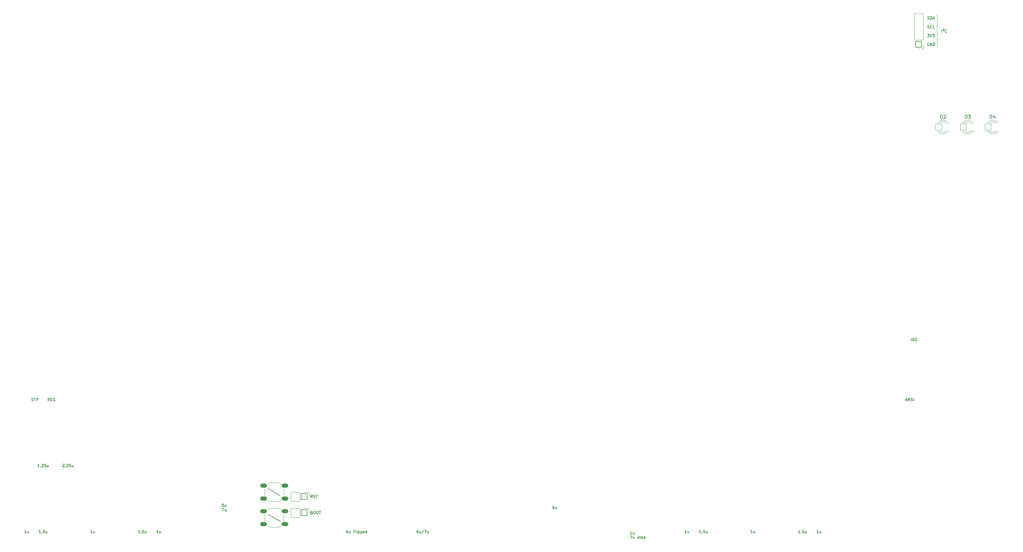
<source format=gbr>
%TF.GenerationSoftware,KiCad,Pcbnew,8.0.5*%
%TF.CreationDate,2024-09-24T18:12:56+02:00*%
%TF.ProjectId,E80-1800-pcb-universal,4538302d-3138-4303-902d-7063622d756e,rev?*%
%TF.SameCoordinates,Original*%
%TF.FileFunction,Legend,Top*%
%TF.FilePolarity,Positive*%
%FSLAX46Y46*%
G04 Gerber Fmt 4.6, Leading zero omitted, Abs format (unit mm)*
G04 Created by KiCad (PCBNEW 8.0.5) date 2024-09-24 18:12:56*
%MOMM*%
%LPD*%
G01*
G04 APERTURE LIST*
G04 Aperture macros list*
%AMRoundRect*
0 Rectangle with rounded corners*
0 $1 Rounding radius*
0 $2 $3 $4 $5 $6 $7 $8 $9 X,Y pos of 4 corners*
0 Add a 4 corners polygon primitive as box body*
4,1,4,$2,$3,$4,$5,$6,$7,$8,$9,$2,$3,0*
0 Add four circle primitives for the rounded corners*
1,1,$1+$1,$2,$3*
1,1,$1+$1,$4,$5*
1,1,$1+$1,$6,$7*
1,1,$1+$1,$8,$9*
0 Add four rect primitives between the rounded corners*
20,1,$1+$1,$2,$3,$4,$5,0*
20,1,$1+$1,$4,$5,$6,$7,0*
20,1,$1+$1,$6,$7,$8,$9,0*
20,1,$1+$1,$8,$9,$2,$3,0*%
G04 Aperture macros list end*
%ADD10C,0.150000*%
%ADD11C,0.120000*%
%ADD12C,1.850000*%
%ADD13C,4.087800*%
%ADD14C,6.100000*%
%ADD15RoundRect,0.050000X-0.900000X-0.900000X0.900000X-0.900000X0.900000X0.900000X-0.900000X0.900000X0*%
%ADD16C,1.900000*%
%ADD17C,4.100000*%
%ADD18RoundRect,0.300000X0.650000X0.300000X-0.650000X0.300000X-0.650000X-0.300000X0.650000X-0.300000X0*%
%ADD19RoundRect,0.050000X0.850000X0.850000X-0.850000X0.850000X-0.850000X-0.850000X0.850000X-0.850000X0*%
%ADD20O,1.800000X1.800000*%
%ADD21C,3.148000*%
%ADD22RoundRect,0.050000X-0.850000X0.850000X-0.850000X-0.850000X0.850000X-0.850000X0.850000X0.850000X0*%
%ADD23C,0.750000*%
%ADD24O,1.100000X1.700000*%
%ADD25O,1.100000X2.200000*%
G04 APERTURE END LIST*
D10*
X69600000Y-117000000D02*
X73200000Y-119000000D01*
D11*
X262675390Y27114500D02*
X262675390Y17716500D01*
D10*
X69600000Y-109600000D02*
X73200000Y-111600000D01*
X4057737Y-122401460D02*
X3600594Y-122401460D01*
X3829166Y-122401460D02*
X3829166Y-121601460D01*
X3829166Y-121601460D02*
X3752975Y-121715745D01*
X3752975Y-121715745D02*
X3676785Y-121791936D01*
X3676785Y-121791936D02*
X3600594Y-121830031D01*
X4400595Y-122325269D02*
X4438690Y-122363365D01*
X4438690Y-122363365D02*
X4400595Y-122401460D01*
X4400595Y-122401460D02*
X4362499Y-122363365D01*
X4362499Y-122363365D02*
X4400595Y-122325269D01*
X4400595Y-122325269D02*
X4400595Y-122401460D01*
X5162499Y-121601460D02*
X4781547Y-121601460D01*
X4781547Y-121601460D02*
X4743451Y-121982412D01*
X4743451Y-121982412D02*
X4781547Y-121944317D01*
X4781547Y-121944317D02*
X4857737Y-121906222D01*
X4857737Y-121906222D02*
X5048213Y-121906222D01*
X5048213Y-121906222D02*
X5124404Y-121944317D01*
X5124404Y-121944317D02*
X5162499Y-121982412D01*
X5162499Y-121982412D02*
X5200594Y-122058603D01*
X5200594Y-122058603D02*
X5200594Y-122249079D01*
X5200594Y-122249079D02*
X5162499Y-122325269D01*
X5162499Y-122325269D02*
X5124404Y-122363365D01*
X5124404Y-122363365D02*
X5048213Y-122401460D01*
X5048213Y-122401460D02*
X4857737Y-122401460D01*
X4857737Y-122401460D02*
X4781547Y-122363365D01*
X4781547Y-122363365D02*
X4743451Y-122325269D01*
X5886309Y-121868126D02*
X5886309Y-122401460D01*
X5543452Y-121868126D02*
X5543452Y-122287174D01*
X5543452Y-122287174D02*
X5581547Y-122363365D01*
X5581547Y-122363365D02*
X5657737Y-122401460D01*
X5657737Y-122401460D02*
X5772023Y-122401460D01*
X5772023Y-122401460D02*
X5848214Y-122363365D01*
X5848214Y-122363365D02*
X5886309Y-122325269D01*
X259925961Y25774300D02*
X260040247Y25736204D01*
X260040247Y25736204D02*
X260230723Y25736204D01*
X260230723Y25736204D02*
X260306914Y25774300D01*
X260306914Y25774300D02*
X260345009Y25812395D01*
X260345009Y25812395D02*
X260383104Y25888585D01*
X260383104Y25888585D02*
X260383104Y25964776D01*
X260383104Y25964776D02*
X260345009Y26040966D01*
X260345009Y26040966D02*
X260306914Y26079061D01*
X260306914Y26079061D02*
X260230723Y26117157D01*
X260230723Y26117157D02*
X260078342Y26155252D01*
X260078342Y26155252D02*
X260002152Y26193347D01*
X260002152Y26193347D02*
X259964057Y26231442D01*
X259964057Y26231442D02*
X259925961Y26307633D01*
X259925961Y26307633D02*
X259925961Y26383823D01*
X259925961Y26383823D02*
X259964057Y26460014D01*
X259964057Y26460014D02*
X260002152Y26498109D01*
X260002152Y26498109D02*
X260078342Y26536204D01*
X260078342Y26536204D02*
X260268819Y26536204D01*
X260268819Y26536204D02*
X260383104Y26498109D01*
X260725962Y25736204D02*
X260725962Y26536204D01*
X260725962Y26536204D02*
X260916438Y26536204D01*
X260916438Y26536204D02*
X261030724Y26498109D01*
X261030724Y26498109D02*
X261106914Y26421919D01*
X261106914Y26421919D02*
X261145009Y26345728D01*
X261145009Y26345728D02*
X261183105Y26193347D01*
X261183105Y26193347D02*
X261183105Y26079061D01*
X261183105Y26079061D02*
X261145009Y25926680D01*
X261145009Y25926680D02*
X261106914Y25850490D01*
X261106914Y25850490D02*
X261030724Y25774300D01*
X261030724Y25774300D02*
X260916438Y25736204D01*
X260916438Y25736204D02*
X260725962Y25736204D01*
X261487866Y25964776D02*
X261868819Y25964776D01*
X261411676Y25736204D02*
X261678343Y26536204D01*
X261678343Y26536204D02*
X261945009Y25736204D01*
X37966666Y-122401460D02*
X37509523Y-122401460D01*
X37738095Y-122401460D02*
X37738095Y-121601460D01*
X37738095Y-121601460D02*
X37661904Y-121715745D01*
X37661904Y-121715745D02*
X37585714Y-121791936D01*
X37585714Y-121791936D02*
X37509523Y-121830031D01*
X38652381Y-121868126D02*
X38652381Y-122401460D01*
X38309524Y-121868126D02*
X38309524Y-122287174D01*
X38309524Y-122287174D02*
X38347619Y-122363365D01*
X38347619Y-122363365D02*
X38423809Y-122401460D01*
X38423809Y-122401460D02*
X38538095Y-122401460D01*
X38538095Y-122401460D02*
X38614286Y-122363365D01*
X38614286Y-122363365D02*
X38652381Y-122325269D01*
X255184375Y-67037351D02*
X255184375Y-66237351D01*
X255527231Y-66999256D02*
X255641517Y-67037351D01*
X255641517Y-67037351D02*
X255831993Y-67037351D01*
X255831993Y-67037351D02*
X255908184Y-66999256D01*
X255908184Y-66999256D02*
X255946279Y-66961160D01*
X255946279Y-66961160D02*
X255984374Y-66884970D01*
X255984374Y-66884970D02*
X255984374Y-66808779D01*
X255984374Y-66808779D02*
X255946279Y-66732589D01*
X255946279Y-66732589D02*
X255908184Y-66694494D01*
X255908184Y-66694494D02*
X255831993Y-66656398D01*
X255831993Y-66656398D02*
X255679612Y-66618303D01*
X255679612Y-66618303D02*
X255603422Y-66580208D01*
X255603422Y-66580208D02*
X255565327Y-66542113D01*
X255565327Y-66542113D02*
X255527231Y-66465922D01*
X255527231Y-66465922D02*
X255527231Y-66389732D01*
X255527231Y-66389732D02*
X255565327Y-66313541D01*
X255565327Y-66313541D02*
X255603422Y-66275446D01*
X255603422Y-66275446D02*
X255679612Y-66237351D01*
X255679612Y-66237351D02*
X255870089Y-66237351D01*
X255870089Y-66237351D02*
X255984374Y-66275446D01*
X256479613Y-66237351D02*
X256631994Y-66237351D01*
X256631994Y-66237351D02*
X256708184Y-66275446D01*
X256708184Y-66275446D02*
X256784375Y-66351636D01*
X256784375Y-66351636D02*
X256822470Y-66504017D01*
X256822470Y-66504017D02*
X256822470Y-66770684D01*
X256822470Y-66770684D02*
X256784375Y-66923065D01*
X256784375Y-66923065D02*
X256708184Y-66999256D01*
X256708184Y-66999256D02*
X256631994Y-67037351D01*
X256631994Y-67037351D02*
X256479613Y-67037351D01*
X256479613Y-67037351D02*
X256403422Y-66999256D01*
X256403422Y-66999256D02*
X256327232Y-66923065D01*
X256327232Y-66923065D02*
X256289136Y-66770684D01*
X256289136Y-66770684D02*
X256289136Y-66504017D01*
X256289136Y-66504017D02*
X256327232Y-66351636D01*
X256327232Y-66351636D02*
X256403422Y-66275446D01*
X256403422Y-66275446D02*
X256479613Y-66237351D01*
X259906913Y21456204D02*
X260402151Y21456204D01*
X260402151Y21456204D02*
X260135485Y21151442D01*
X260135485Y21151442D02*
X260249770Y21151442D01*
X260249770Y21151442D02*
X260325961Y21113347D01*
X260325961Y21113347D02*
X260364056Y21075252D01*
X260364056Y21075252D02*
X260402151Y20999061D01*
X260402151Y20999061D02*
X260402151Y20808585D01*
X260402151Y20808585D02*
X260364056Y20732395D01*
X260364056Y20732395D02*
X260325961Y20694300D01*
X260325961Y20694300D02*
X260249770Y20656204D01*
X260249770Y20656204D02*
X260021199Y20656204D01*
X260021199Y20656204D02*
X259945008Y20694300D01*
X259945008Y20694300D02*
X259906913Y20732395D01*
X260630723Y21456204D02*
X260897390Y20656204D01*
X260897390Y20656204D02*
X261164056Y21456204D01*
X261354532Y21456204D02*
X261849770Y21456204D01*
X261849770Y21456204D02*
X261583104Y21151442D01*
X261583104Y21151442D02*
X261697389Y21151442D01*
X261697389Y21151442D02*
X261773580Y21113347D01*
X261773580Y21113347D02*
X261811675Y21075252D01*
X261811675Y21075252D02*
X261849770Y20999061D01*
X261849770Y20999061D02*
X261849770Y20808585D01*
X261849770Y20808585D02*
X261811675Y20732395D01*
X261811675Y20732395D02*
X261773580Y20694300D01*
X261773580Y20694300D02*
X261697389Y20656204D01*
X261697389Y20656204D02*
X261468818Y20656204D01*
X261468818Y20656204D02*
X261392627Y20694300D01*
X261392627Y20694300D02*
X261354532Y20732395D01*
X209416666Y-122401460D02*
X208959523Y-122401460D01*
X209188095Y-122401460D02*
X209188095Y-121601460D01*
X209188095Y-121601460D02*
X209111904Y-121715745D01*
X209111904Y-121715745D02*
X209035714Y-121791936D01*
X209035714Y-121791936D02*
X208959523Y-121830031D01*
X210102381Y-121868126D02*
X210102381Y-122401460D01*
X209759524Y-121868126D02*
X209759524Y-122287174D01*
X209759524Y-122287174D02*
X209797619Y-122363365D01*
X209797619Y-122363365D02*
X209873809Y-122401460D01*
X209873809Y-122401460D02*
X209988095Y-122401460D01*
X209988095Y-122401460D02*
X210064286Y-122363365D01*
X210064286Y-122363365D02*
X210102381Y-122325269D01*
X6629464Y-84301428D02*
X6362797Y-83920475D01*
X6172321Y-84301428D02*
X6172321Y-83501428D01*
X6172321Y-83501428D02*
X6477083Y-83501428D01*
X6477083Y-83501428D02*
X6553273Y-83539523D01*
X6553273Y-83539523D02*
X6591368Y-83577618D01*
X6591368Y-83577618D02*
X6629464Y-83653809D01*
X6629464Y-83653809D02*
X6629464Y-83768094D01*
X6629464Y-83768094D02*
X6591368Y-83844285D01*
X6591368Y-83844285D02*
X6553273Y-83882380D01*
X6553273Y-83882380D02*
X6477083Y-83920475D01*
X6477083Y-83920475D02*
X6172321Y-83920475D01*
X6972321Y-83882380D02*
X7238987Y-83882380D01*
X7353273Y-84301428D02*
X6972321Y-84301428D01*
X6972321Y-84301428D02*
X6972321Y-83501428D01*
X6972321Y-83501428D02*
X7353273Y-83501428D01*
X8115178Y-83539523D02*
X8038988Y-83501428D01*
X8038988Y-83501428D02*
X7924702Y-83501428D01*
X7924702Y-83501428D02*
X7810416Y-83539523D01*
X7810416Y-83539523D02*
X7734226Y-83615713D01*
X7734226Y-83615713D02*
X7696131Y-83691904D01*
X7696131Y-83691904D02*
X7658035Y-83844285D01*
X7658035Y-83844285D02*
X7658035Y-83958571D01*
X7658035Y-83958571D02*
X7696131Y-84110952D01*
X7696131Y-84110952D02*
X7734226Y-84187142D01*
X7734226Y-84187142D02*
X7810416Y-84263333D01*
X7810416Y-84263333D02*
X7924702Y-84301428D01*
X7924702Y-84301428D02*
X8000893Y-84301428D01*
X8000893Y-84301428D02*
X8115178Y-84263333D01*
X8115178Y-84263333D02*
X8153274Y-84225237D01*
X8153274Y-84225237D02*
X8153274Y-83958571D01*
X8153274Y-83958571D02*
X8000893Y-83958571D01*
X194557737Y-122401460D02*
X194100594Y-122401460D01*
X194329166Y-122401460D02*
X194329166Y-121601460D01*
X194329166Y-121601460D02*
X194252975Y-121715745D01*
X194252975Y-121715745D02*
X194176785Y-121791936D01*
X194176785Y-121791936D02*
X194100594Y-121830031D01*
X194900595Y-122325269D02*
X194938690Y-122363365D01*
X194938690Y-122363365D02*
X194900595Y-122401460D01*
X194900595Y-122401460D02*
X194862499Y-122363365D01*
X194862499Y-122363365D02*
X194900595Y-122325269D01*
X194900595Y-122325269D02*
X194900595Y-122401460D01*
X195662499Y-121601460D02*
X195281547Y-121601460D01*
X195281547Y-121601460D02*
X195243451Y-121982412D01*
X195243451Y-121982412D02*
X195281547Y-121944317D01*
X195281547Y-121944317D02*
X195357737Y-121906222D01*
X195357737Y-121906222D02*
X195548213Y-121906222D01*
X195548213Y-121906222D02*
X195624404Y-121944317D01*
X195624404Y-121944317D02*
X195662499Y-121982412D01*
X195662499Y-121982412D02*
X195700594Y-122058603D01*
X195700594Y-122058603D02*
X195700594Y-122249079D01*
X195700594Y-122249079D02*
X195662499Y-122325269D01*
X195662499Y-122325269D02*
X195624404Y-122363365D01*
X195624404Y-122363365D02*
X195548213Y-122401460D01*
X195548213Y-122401460D02*
X195357737Y-122401460D01*
X195357737Y-122401460D02*
X195281547Y-122363365D01*
X195281547Y-122363365D02*
X195243451Y-122325269D01*
X196386309Y-121868126D02*
X196386309Y-122401460D01*
X196043452Y-121868126D02*
X196043452Y-122287174D01*
X196043452Y-122287174D02*
X196081547Y-122363365D01*
X196081547Y-122363365D02*
X196157737Y-122401460D01*
X196157737Y-122401460D02*
X196272023Y-122401460D01*
X196272023Y-122401460D02*
X196348214Y-122363365D01*
X196348214Y-122363365D02*
X196386309Y-122325269D01*
X228466666Y-122401460D02*
X228009523Y-122401460D01*
X228238095Y-122401460D02*
X228238095Y-121601460D01*
X228238095Y-121601460D02*
X228161904Y-121715745D01*
X228161904Y-121715745D02*
X228085714Y-121791936D01*
X228085714Y-121791936D02*
X228009523Y-121830031D01*
X229152381Y-121868126D02*
X229152381Y-122401460D01*
X228809524Y-121868126D02*
X228809524Y-122287174D01*
X228809524Y-122287174D02*
X228847619Y-122363365D01*
X228847619Y-122363365D02*
X228923809Y-122401460D01*
X228923809Y-122401460D02*
X229038095Y-122401460D01*
X229038095Y-122401460D02*
X229114286Y-122363365D01*
X229114286Y-122363365D02*
X229152381Y-122325269D01*
X112928571Y-121601460D02*
X112776190Y-121601460D01*
X112776190Y-121601460D02*
X112699999Y-121639555D01*
X112699999Y-121639555D02*
X112661904Y-121677650D01*
X112661904Y-121677650D02*
X112585714Y-121791936D01*
X112585714Y-121791936D02*
X112547618Y-121944317D01*
X112547618Y-121944317D02*
X112547618Y-122249079D01*
X112547618Y-122249079D02*
X112585714Y-122325269D01*
X112585714Y-122325269D02*
X112623809Y-122363365D01*
X112623809Y-122363365D02*
X112699999Y-122401460D01*
X112699999Y-122401460D02*
X112852380Y-122401460D01*
X112852380Y-122401460D02*
X112928571Y-122363365D01*
X112928571Y-122363365D02*
X112966666Y-122325269D01*
X112966666Y-122325269D02*
X113004761Y-122249079D01*
X113004761Y-122249079D02*
X113004761Y-122058603D01*
X113004761Y-122058603D02*
X112966666Y-121982412D01*
X112966666Y-121982412D02*
X112928571Y-121944317D01*
X112928571Y-121944317D02*
X112852380Y-121906222D01*
X112852380Y-121906222D02*
X112699999Y-121906222D01*
X112699999Y-121906222D02*
X112623809Y-121944317D01*
X112623809Y-121944317D02*
X112585714Y-121982412D01*
X112585714Y-121982412D02*
X112547618Y-122058603D01*
X113690476Y-121868126D02*
X113690476Y-122401460D01*
X113347619Y-121868126D02*
X113347619Y-122287174D01*
X113347619Y-122287174D02*
X113385714Y-122363365D01*
X113385714Y-122363365D02*
X113461904Y-122401460D01*
X113461904Y-122401460D02*
X113576190Y-122401460D01*
X113576190Y-122401460D02*
X113652381Y-122363365D01*
X113652381Y-122363365D02*
X113690476Y-122325269D01*
X114642857Y-121563365D02*
X113957143Y-122591936D01*
X114833333Y-121601460D02*
X115366667Y-121601460D01*
X115366667Y-121601460D02*
X115023809Y-122401460D01*
X116014286Y-121868126D02*
X116014286Y-122401460D01*
X115671429Y-121868126D02*
X115671429Y-122287174D01*
X115671429Y-122287174D02*
X115709524Y-122363365D01*
X115709524Y-122363365D02*
X115785714Y-122401460D01*
X115785714Y-122401460D02*
X115900000Y-122401460D01*
X115900000Y-122401460D02*
X115976191Y-122363365D01*
X115976191Y-122363365D02*
X116014286Y-122325269D01*
X264002628Y21926204D02*
X264002628Y22726204D01*
X264345484Y22916680D02*
X264421675Y22954776D01*
X264421675Y22954776D02*
X264535961Y22954776D01*
X264535961Y22954776D02*
X264612151Y22916680D01*
X264612151Y22916680D02*
X264650246Y22840490D01*
X264650246Y22840490D02*
X264650246Y22764300D01*
X264650246Y22764300D02*
X264612151Y22688109D01*
X264612151Y22688109D02*
X264345484Y22421442D01*
X264345484Y22421442D02*
X264650246Y22421442D01*
X265450247Y22002395D02*
X265412151Y21964300D01*
X265412151Y21964300D02*
X265297866Y21926204D01*
X265297866Y21926204D02*
X265221675Y21926204D01*
X265221675Y21926204D02*
X265107389Y21964300D01*
X265107389Y21964300D02*
X265031199Y22040490D01*
X265031199Y22040490D02*
X264993104Y22116680D01*
X264993104Y22116680D02*
X264955008Y22269061D01*
X264955008Y22269061D02*
X264955008Y22383347D01*
X264955008Y22383347D02*
X264993104Y22535728D01*
X264993104Y22535728D02*
X265031199Y22611919D01*
X265031199Y22611919D02*
X265107389Y22688109D01*
X265107389Y22688109D02*
X265221675Y22726204D01*
X265221675Y22726204D02*
X265297866Y22726204D01*
X265297866Y22726204D02*
X265412151Y22688109D01*
X265412151Y22688109D02*
X265450247Y22650014D01*
X92678570Y-121601460D02*
X92526189Y-121601460D01*
X92526189Y-121601460D02*
X92449998Y-121639555D01*
X92449998Y-121639555D02*
X92411903Y-121677650D01*
X92411903Y-121677650D02*
X92335713Y-121791936D01*
X92335713Y-121791936D02*
X92297617Y-121944317D01*
X92297617Y-121944317D02*
X92297617Y-122249079D01*
X92297617Y-122249079D02*
X92335713Y-122325269D01*
X92335713Y-122325269D02*
X92373808Y-122363365D01*
X92373808Y-122363365D02*
X92449998Y-122401460D01*
X92449998Y-122401460D02*
X92602379Y-122401460D01*
X92602379Y-122401460D02*
X92678570Y-122363365D01*
X92678570Y-122363365D02*
X92716665Y-122325269D01*
X92716665Y-122325269D02*
X92754760Y-122249079D01*
X92754760Y-122249079D02*
X92754760Y-122058603D01*
X92754760Y-122058603D02*
X92716665Y-121982412D01*
X92716665Y-121982412D02*
X92678570Y-121944317D01*
X92678570Y-121944317D02*
X92602379Y-121906222D01*
X92602379Y-121906222D02*
X92449998Y-121906222D01*
X92449998Y-121906222D02*
X92373808Y-121944317D01*
X92373808Y-121944317D02*
X92335713Y-121982412D01*
X92335713Y-121982412D02*
X92297617Y-122058603D01*
X93440475Y-121868126D02*
X93440475Y-122401460D01*
X93097618Y-121868126D02*
X93097618Y-122287174D01*
X93097618Y-122287174D02*
X93135713Y-122363365D01*
X93135713Y-122363365D02*
X93211903Y-122401460D01*
X93211903Y-122401460D02*
X93326189Y-122401460D01*
X93326189Y-122401460D02*
X93402380Y-122363365D01*
X93402380Y-122363365D02*
X93440475Y-122325269D01*
X94316666Y-121868126D02*
X94621428Y-121868126D01*
X94430952Y-122401460D02*
X94430952Y-121715745D01*
X94430952Y-121715745D02*
X94469047Y-121639555D01*
X94469047Y-121639555D02*
X94545237Y-121601460D01*
X94545237Y-121601460D02*
X94621428Y-121601460D01*
X95002380Y-122401460D02*
X94926190Y-122363365D01*
X94926190Y-122363365D02*
X94888095Y-122287174D01*
X94888095Y-122287174D02*
X94888095Y-121601460D01*
X95307143Y-122401460D02*
X95307143Y-121868126D01*
X95307143Y-121601460D02*
X95269047Y-121639555D01*
X95269047Y-121639555D02*
X95307143Y-121677650D01*
X95307143Y-121677650D02*
X95345238Y-121639555D01*
X95345238Y-121639555D02*
X95307143Y-121601460D01*
X95307143Y-121601460D02*
X95307143Y-121677650D01*
X95688095Y-121868126D02*
X95688095Y-122668126D01*
X95688095Y-121906222D02*
X95764285Y-121868126D01*
X95764285Y-121868126D02*
X95916666Y-121868126D01*
X95916666Y-121868126D02*
X95992857Y-121906222D01*
X95992857Y-121906222D02*
X96030952Y-121944317D01*
X96030952Y-121944317D02*
X96069047Y-122020507D01*
X96069047Y-122020507D02*
X96069047Y-122249079D01*
X96069047Y-122249079D02*
X96030952Y-122325269D01*
X96030952Y-122325269D02*
X95992857Y-122363365D01*
X95992857Y-122363365D02*
X95916666Y-122401460D01*
X95916666Y-122401460D02*
X95764285Y-122401460D01*
X95764285Y-122401460D02*
X95688095Y-122363365D01*
X96411905Y-121868126D02*
X96411905Y-122668126D01*
X96411905Y-121906222D02*
X96488095Y-121868126D01*
X96488095Y-121868126D02*
X96640476Y-121868126D01*
X96640476Y-121868126D02*
X96716667Y-121906222D01*
X96716667Y-121906222D02*
X96754762Y-121944317D01*
X96754762Y-121944317D02*
X96792857Y-122020507D01*
X96792857Y-122020507D02*
X96792857Y-122249079D01*
X96792857Y-122249079D02*
X96754762Y-122325269D01*
X96754762Y-122325269D02*
X96716667Y-122363365D01*
X96716667Y-122363365D02*
X96640476Y-122401460D01*
X96640476Y-122401460D02*
X96488095Y-122401460D01*
X96488095Y-122401460D02*
X96411905Y-122363365D01*
X97440477Y-122363365D02*
X97364286Y-122401460D01*
X97364286Y-122401460D02*
X97211905Y-122401460D01*
X97211905Y-122401460D02*
X97135715Y-122363365D01*
X97135715Y-122363365D02*
X97097619Y-122287174D01*
X97097619Y-122287174D02*
X97097619Y-121982412D01*
X97097619Y-121982412D02*
X97135715Y-121906222D01*
X97135715Y-121906222D02*
X97211905Y-121868126D01*
X97211905Y-121868126D02*
X97364286Y-121868126D01*
X97364286Y-121868126D02*
X97440477Y-121906222D01*
X97440477Y-121906222D02*
X97478572Y-121982412D01*
X97478572Y-121982412D02*
X97478572Y-122058603D01*
X97478572Y-122058603D02*
X97097619Y-122134793D01*
X98164286Y-122401460D02*
X98164286Y-121601460D01*
X98164286Y-122363365D02*
X98088095Y-122401460D01*
X98088095Y-122401460D02*
X97935714Y-122401460D01*
X97935714Y-122401460D02*
X97859524Y-122363365D01*
X97859524Y-122363365D02*
X97821429Y-122325269D01*
X97821429Y-122325269D02*
X97783333Y-122249079D01*
X97783333Y-122249079D02*
X97783333Y-122020507D01*
X97783333Y-122020507D02*
X97821429Y-121944317D01*
X97821429Y-121944317D02*
X97859524Y-121906222D01*
X97859524Y-121906222D02*
X97935714Y-121868126D01*
X97935714Y-121868126D02*
X98088095Y-121868126D01*
X98088095Y-121868126D02*
X98164286Y-121906222D01*
X-133333Y-122401460D02*
X-590476Y-122401460D01*
X-361904Y-122401460D02*
X-361904Y-121601460D01*
X-361904Y-121601460D02*
X-438095Y-121715745D01*
X-438095Y-121715745D02*
X-514285Y-121791936D01*
X-514285Y-121791936D02*
X-590476Y-121830031D01*
X552381Y-121868126D02*
X552381Y-122401460D01*
X209524Y-121868126D02*
X209524Y-122287174D01*
X209524Y-122287174D02*
X247619Y-122363365D01*
X247619Y-122363365D02*
X323809Y-122401460D01*
X323809Y-122401460D02*
X438095Y-122401460D01*
X438095Y-122401460D02*
X514286Y-122363365D01*
X514286Y-122363365D02*
X552381Y-122325269D01*
X1447916Y-84263333D02*
X1562202Y-84301428D01*
X1562202Y-84301428D02*
X1752678Y-84301428D01*
X1752678Y-84301428D02*
X1828869Y-84263333D01*
X1828869Y-84263333D02*
X1866964Y-84225237D01*
X1866964Y-84225237D02*
X1905059Y-84149047D01*
X1905059Y-84149047D02*
X1905059Y-84072856D01*
X1905059Y-84072856D02*
X1866964Y-83996666D01*
X1866964Y-83996666D02*
X1828869Y-83958571D01*
X1828869Y-83958571D02*
X1752678Y-83920475D01*
X1752678Y-83920475D02*
X1600297Y-83882380D01*
X1600297Y-83882380D02*
X1524107Y-83844285D01*
X1524107Y-83844285D02*
X1486012Y-83806190D01*
X1486012Y-83806190D02*
X1447916Y-83729999D01*
X1447916Y-83729999D02*
X1447916Y-83653809D01*
X1447916Y-83653809D02*
X1486012Y-83577618D01*
X1486012Y-83577618D02*
X1524107Y-83539523D01*
X1524107Y-83539523D02*
X1600297Y-83501428D01*
X1600297Y-83501428D02*
X1790774Y-83501428D01*
X1790774Y-83501428D02*
X1905059Y-83539523D01*
X2133631Y-83501428D02*
X2590774Y-83501428D01*
X2362202Y-84301428D02*
X2362202Y-83501428D01*
X2857441Y-84301428D02*
X2857441Y-83501428D01*
X2857441Y-83501428D02*
X3162203Y-83501428D01*
X3162203Y-83501428D02*
X3238393Y-83539523D01*
X3238393Y-83539523D02*
X3276488Y-83577618D01*
X3276488Y-83577618D02*
X3314584Y-83653809D01*
X3314584Y-83653809D02*
X3314584Y-83768094D01*
X3314584Y-83768094D02*
X3276488Y-83844285D01*
X3276488Y-83844285D02*
X3238393Y-83882380D01*
X3238393Y-83882380D02*
X3162203Y-83920475D01*
X3162203Y-83920475D02*
X2857441Y-83920475D01*
X152190476Y-114617295D02*
X152038095Y-114617295D01*
X152038095Y-114617295D02*
X151961904Y-114655390D01*
X151961904Y-114655390D02*
X151923809Y-114693485D01*
X151923809Y-114693485D02*
X151847619Y-114807771D01*
X151847619Y-114807771D02*
X151809523Y-114960152D01*
X151809523Y-114960152D02*
X151809523Y-115264914D01*
X151809523Y-115264914D02*
X151847619Y-115341104D01*
X151847619Y-115341104D02*
X151885714Y-115379200D01*
X151885714Y-115379200D02*
X151961904Y-115417295D01*
X151961904Y-115417295D02*
X152114285Y-115417295D01*
X152114285Y-115417295D02*
X152190476Y-115379200D01*
X152190476Y-115379200D02*
X152228571Y-115341104D01*
X152228571Y-115341104D02*
X152266666Y-115264914D01*
X152266666Y-115264914D02*
X152266666Y-115074438D01*
X152266666Y-115074438D02*
X152228571Y-114998247D01*
X152228571Y-114998247D02*
X152190476Y-114960152D01*
X152190476Y-114960152D02*
X152114285Y-114922057D01*
X152114285Y-114922057D02*
X151961904Y-114922057D01*
X151961904Y-114922057D02*
X151885714Y-114960152D01*
X151885714Y-114960152D02*
X151847619Y-114998247D01*
X151847619Y-114998247D02*
X151809523Y-115074438D01*
X152952381Y-114883961D02*
X152952381Y-115417295D01*
X152609524Y-114883961D02*
X152609524Y-115303009D01*
X152609524Y-115303009D02*
X152647619Y-115379200D01*
X152647619Y-115379200D02*
X152723809Y-115417295D01*
X152723809Y-115417295D02*
X152838095Y-115417295D01*
X152838095Y-115417295D02*
X152914286Y-115379200D01*
X152914286Y-115379200D02*
X152952381Y-115341104D01*
X32632737Y-122401460D02*
X32175594Y-122401460D01*
X32404166Y-122401460D02*
X32404166Y-121601460D01*
X32404166Y-121601460D02*
X32327975Y-121715745D01*
X32327975Y-121715745D02*
X32251785Y-121791936D01*
X32251785Y-121791936D02*
X32175594Y-121830031D01*
X32975595Y-122325269D02*
X33013690Y-122363365D01*
X33013690Y-122363365D02*
X32975595Y-122401460D01*
X32975595Y-122401460D02*
X32937499Y-122363365D01*
X32937499Y-122363365D02*
X32975595Y-122325269D01*
X32975595Y-122325269D02*
X32975595Y-122401460D01*
X33737499Y-121601460D02*
X33356547Y-121601460D01*
X33356547Y-121601460D02*
X33318451Y-121982412D01*
X33318451Y-121982412D02*
X33356547Y-121944317D01*
X33356547Y-121944317D02*
X33432737Y-121906222D01*
X33432737Y-121906222D02*
X33623213Y-121906222D01*
X33623213Y-121906222D02*
X33699404Y-121944317D01*
X33699404Y-121944317D02*
X33737499Y-121982412D01*
X33737499Y-121982412D02*
X33775594Y-122058603D01*
X33775594Y-122058603D02*
X33775594Y-122249079D01*
X33775594Y-122249079D02*
X33737499Y-122325269D01*
X33737499Y-122325269D02*
X33699404Y-122363365D01*
X33699404Y-122363365D02*
X33623213Y-122401460D01*
X33623213Y-122401460D02*
X33432737Y-122401460D01*
X33432737Y-122401460D02*
X33356547Y-122363365D01*
X33356547Y-122363365D02*
X33318451Y-122325269D01*
X34461309Y-121868126D02*
X34461309Y-122401460D01*
X34118452Y-121868126D02*
X34118452Y-122287174D01*
X34118452Y-122287174D02*
X34156547Y-122363365D01*
X34156547Y-122363365D02*
X34232737Y-122401460D01*
X34232737Y-122401460D02*
X34347023Y-122401460D01*
X34347023Y-122401460D02*
X34423214Y-122363365D01*
X34423214Y-122363365D02*
X34461309Y-122325269D01*
X259945008Y23234300D02*
X260059294Y23196204D01*
X260059294Y23196204D02*
X260249770Y23196204D01*
X260249770Y23196204D02*
X260325961Y23234300D01*
X260325961Y23234300D02*
X260364056Y23272395D01*
X260364056Y23272395D02*
X260402151Y23348585D01*
X260402151Y23348585D02*
X260402151Y23424776D01*
X260402151Y23424776D02*
X260364056Y23500966D01*
X260364056Y23500966D02*
X260325961Y23539061D01*
X260325961Y23539061D02*
X260249770Y23577157D01*
X260249770Y23577157D02*
X260097389Y23615252D01*
X260097389Y23615252D02*
X260021199Y23653347D01*
X260021199Y23653347D02*
X259983104Y23691442D01*
X259983104Y23691442D02*
X259945008Y23767633D01*
X259945008Y23767633D02*
X259945008Y23843823D01*
X259945008Y23843823D02*
X259983104Y23920014D01*
X259983104Y23920014D02*
X260021199Y23958109D01*
X260021199Y23958109D02*
X260097389Y23996204D01*
X260097389Y23996204D02*
X260287866Y23996204D01*
X260287866Y23996204D02*
X260402151Y23958109D01*
X261202152Y23272395D02*
X261164056Y23234300D01*
X261164056Y23234300D02*
X261049771Y23196204D01*
X261049771Y23196204D02*
X260973580Y23196204D01*
X260973580Y23196204D02*
X260859294Y23234300D01*
X260859294Y23234300D02*
X260783104Y23310490D01*
X260783104Y23310490D02*
X260745009Y23386680D01*
X260745009Y23386680D02*
X260706913Y23539061D01*
X260706913Y23539061D02*
X260706913Y23653347D01*
X260706913Y23653347D02*
X260745009Y23805728D01*
X260745009Y23805728D02*
X260783104Y23881919D01*
X260783104Y23881919D02*
X260859294Y23958109D01*
X260859294Y23958109D02*
X260973580Y23996204D01*
X260973580Y23996204D02*
X261049771Y23996204D01*
X261049771Y23996204D02*
X261164056Y23958109D01*
X261164056Y23958109D02*
X261202152Y23920014D01*
X261925961Y23196204D02*
X261545009Y23196204D01*
X261545009Y23196204D02*
X261545009Y23996204D01*
X82255826Y-116493247D02*
X82370112Y-116531342D01*
X82370112Y-116531342D02*
X82408207Y-116569438D01*
X82408207Y-116569438D02*
X82446303Y-116645628D01*
X82446303Y-116645628D02*
X82446303Y-116759914D01*
X82446303Y-116759914D02*
X82408207Y-116836104D01*
X82408207Y-116836104D02*
X82370112Y-116874200D01*
X82370112Y-116874200D02*
X82293922Y-116912295D01*
X82293922Y-116912295D02*
X81989160Y-116912295D01*
X81989160Y-116912295D02*
X81989160Y-116112295D01*
X81989160Y-116112295D02*
X82255826Y-116112295D01*
X82255826Y-116112295D02*
X82332017Y-116150390D01*
X82332017Y-116150390D02*
X82370112Y-116188485D01*
X82370112Y-116188485D02*
X82408207Y-116264676D01*
X82408207Y-116264676D02*
X82408207Y-116340866D01*
X82408207Y-116340866D02*
X82370112Y-116417057D01*
X82370112Y-116417057D02*
X82332017Y-116455152D01*
X82332017Y-116455152D02*
X82255826Y-116493247D01*
X82255826Y-116493247D02*
X81989160Y-116493247D01*
X82941541Y-116112295D02*
X83093922Y-116112295D01*
X83093922Y-116112295D02*
X83170112Y-116150390D01*
X83170112Y-116150390D02*
X83246303Y-116226580D01*
X83246303Y-116226580D02*
X83284398Y-116378961D01*
X83284398Y-116378961D02*
X83284398Y-116645628D01*
X83284398Y-116645628D02*
X83246303Y-116798009D01*
X83246303Y-116798009D02*
X83170112Y-116874200D01*
X83170112Y-116874200D02*
X83093922Y-116912295D01*
X83093922Y-116912295D02*
X82941541Y-116912295D01*
X82941541Y-116912295D02*
X82865350Y-116874200D01*
X82865350Y-116874200D02*
X82789160Y-116798009D01*
X82789160Y-116798009D02*
X82751064Y-116645628D01*
X82751064Y-116645628D02*
X82751064Y-116378961D01*
X82751064Y-116378961D02*
X82789160Y-116226580D01*
X82789160Y-116226580D02*
X82865350Y-116150390D01*
X82865350Y-116150390D02*
X82941541Y-116112295D01*
X83779636Y-116112295D02*
X83932017Y-116112295D01*
X83932017Y-116112295D02*
X84008207Y-116150390D01*
X84008207Y-116150390D02*
X84084398Y-116226580D01*
X84084398Y-116226580D02*
X84122493Y-116378961D01*
X84122493Y-116378961D02*
X84122493Y-116645628D01*
X84122493Y-116645628D02*
X84084398Y-116798009D01*
X84084398Y-116798009D02*
X84008207Y-116874200D01*
X84008207Y-116874200D02*
X83932017Y-116912295D01*
X83932017Y-116912295D02*
X83779636Y-116912295D01*
X83779636Y-116912295D02*
X83703445Y-116874200D01*
X83703445Y-116874200D02*
X83627255Y-116798009D01*
X83627255Y-116798009D02*
X83589159Y-116645628D01*
X83589159Y-116645628D02*
X83589159Y-116378961D01*
X83589159Y-116378961D02*
X83627255Y-116226580D01*
X83627255Y-116226580D02*
X83703445Y-116150390D01*
X83703445Y-116150390D02*
X83779636Y-116112295D01*
X84351064Y-116112295D02*
X84808207Y-116112295D01*
X84579635Y-116912295D02*
X84579635Y-116112295D01*
X260287866Y18878109D02*
X260211676Y18916204D01*
X260211676Y18916204D02*
X260097390Y18916204D01*
X260097390Y18916204D02*
X259983104Y18878109D01*
X259983104Y18878109D02*
X259906914Y18801919D01*
X259906914Y18801919D02*
X259868819Y18725728D01*
X259868819Y18725728D02*
X259830723Y18573347D01*
X259830723Y18573347D02*
X259830723Y18459061D01*
X259830723Y18459061D02*
X259868819Y18306680D01*
X259868819Y18306680D02*
X259906914Y18230490D01*
X259906914Y18230490D02*
X259983104Y18154300D01*
X259983104Y18154300D02*
X260097390Y18116204D01*
X260097390Y18116204D02*
X260173581Y18116204D01*
X260173581Y18116204D02*
X260287866Y18154300D01*
X260287866Y18154300D02*
X260325962Y18192395D01*
X260325962Y18192395D02*
X260325962Y18459061D01*
X260325962Y18459061D02*
X260173581Y18459061D01*
X260668819Y18116204D02*
X260668819Y18916204D01*
X260668819Y18916204D02*
X261125962Y18116204D01*
X261125962Y18116204D02*
X261125962Y18916204D01*
X261506914Y18116204D02*
X261506914Y18916204D01*
X261506914Y18916204D02*
X261697390Y18916204D01*
X261697390Y18916204D02*
X261811676Y18878109D01*
X261811676Y18878109D02*
X261887866Y18801919D01*
X261887866Y18801919D02*
X261925961Y18725728D01*
X261925961Y18725728D02*
X261964057Y18573347D01*
X261964057Y18573347D02*
X261964057Y18459061D01*
X261964057Y18459061D02*
X261925961Y18306680D01*
X261925961Y18306680D02*
X261887866Y18230490D01*
X261887866Y18230490D02*
X261811676Y18154300D01*
X261811676Y18154300D02*
X261697390Y18116204D01*
X261697390Y18116204D02*
X261506914Y18116204D01*
X10363392Y-102627634D02*
X10401488Y-102589539D01*
X10401488Y-102589539D02*
X10477678Y-102551444D01*
X10477678Y-102551444D02*
X10668154Y-102551444D01*
X10668154Y-102551444D02*
X10744345Y-102589539D01*
X10744345Y-102589539D02*
X10782440Y-102627634D01*
X10782440Y-102627634D02*
X10820535Y-102703825D01*
X10820535Y-102703825D02*
X10820535Y-102780015D01*
X10820535Y-102780015D02*
X10782440Y-102894301D01*
X10782440Y-102894301D02*
X10325297Y-103351444D01*
X10325297Y-103351444D02*
X10820535Y-103351444D01*
X11163393Y-103275253D02*
X11201488Y-103313349D01*
X11201488Y-103313349D02*
X11163393Y-103351444D01*
X11163393Y-103351444D02*
X11125297Y-103313349D01*
X11125297Y-103313349D02*
X11163393Y-103275253D01*
X11163393Y-103275253D02*
X11163393Y-103351444D01*
X11506249Y-102627634D02*
X11544345Y-102589539D01*
X11544345Y-102589539D02*
X11620535Y-102551444D01*
X11620535Y-102551444D02*
X11811011Y-102551444D01*
X11811011Y-102551444D02*
X11887202Y-102589539D01*
X11887202Y-102589539D02*
X11925297Y-102627634D01*
X11925297Y-102627634D02*
X11963392Y-102703825D01*
X11963392Y-102703825D02*
X11963392Y-102780015D01*
X11963392Y-102780015D02*
X11925297Y-102894301D01*
X11925297Y-102894301D02*
X11468154Y-103351444D01*
X11468154Y-103351444D02*
X11963392Y-103351444D01*
X12687202Y-102551444D02*
X12306250Y-102551444D01*
X12306250Y-102551444D02*
X12268154Y-102932396D01*
X12268154Y-102932396D02*
X12306250Y-102894301D01*
X12306250Y-102894301D02*
X12382440Y-102856206D01*
X12382440Y-102856206D02*
X12572916Y-102856206D01*
X12572916Y-102856206D02*
X12649107Y-102894301D01*
X12649107Y-102894301D02*
X12687202Y-102932396D01*
X12687202Y-102932396D02*
X12725297Y-103008587D01*
X12725297Y-103008587D02*
X12725297Y-103199063D01*
X12725297Y-103199063D02*
X12687202Y-103275253D01*
X12687202Y-103275253D02*
X12649107Y-103313349D01*
X12649107Y-103313349D02*
X12572916Y-103351444D01*
X12572916Y-103351444D02*
X12382440Y-103351444D01*
X12382440Y-103351444D02*
X12306250Y-103313349D01*
X12306250Y-103313349D02*
X12268154Y-103275253D01*
X13411012Y-102818110D02*
X13411012Y-103351444D01*
X13068155Y-102818110D02*
X13068155Y-103237158D01*
X13068155Y-103237158D02*
X13106250Y-103313349D01*
X13106250Y-103313349D02*
X13182440Y-103351444D01*
X13182440Y-103351444D02*
X13296726Y-103351444D01*
X13296726Y-103351444D02*
X13372917Y-103313349D01*
X13372917Y-103313349D02*
X13411012Y-103275253D01*
X82446303Y-112262295D02*
X82179636Y-111881342D01*
X81989160Y-112262295D02*
X81989160Y-111462295D01*
X81989160Y-111462295D02*
X82293922Y-111462295D01*
X82293922Y-111462295D02*
X82370112Y-111500390D01*
X82370112Y-111500390D02*
X82408207Y-111538485D01*
X82408207Y-111538485D02*
X82446303Y-111614676D01*
X82446303Y-111614676D02*
X82446303Y-111728961D01*
X82446303Y-111728961D02*
X82408207Y-111805152D01*
X82408207Y-111805152D02*
X82370112Y-111843247D01*
X82370112Y-111843247D02*
X82293922Y-111881342D01*
X82293922Y-111881342D02*
X81989160Y-111881342D01*
X82751064Y-112224200D02*
X82865350Y-112262295D01*
X82865350Y-112262295D02*
X83055826Y-112262295D01*
X83055826Y-112262295D02*
X83132017Y-112224200D01*
X83132017Y-112224200D02*
X83170112Y-112186104D01*
X83170112Y-112186104D02*
X83208207Y-112109914D01*
X83208207Y-112109914D02*
X83208207Y-112033723D01*
X83208207Y-112033723D02*
X83170112Y-111957533D01*
X83170112Y-111957533D02*
X83132017Y-111919438D01*
X83132017Y-111919438D02*
X83055826Y-111881342D01*
X83055826Y-111881342D02*
X82903445Y-111843247D01*
X82903445Y-111843247D02*
X82827255Y-111805152D01*
X82827255Y-111805152D02*
X82789160Y-111767057D01*
X82789160Y-111767057D02*
X82751064Y-111690866D01*
X82751064Y-111690866D02*
X82751064Y-111614676D01*
X82751064Y-111614676D02*
X82789160Y-111538485D01*
X82789160Y-111538485D02*
X82827255Y-111500390D01*
X82827255Y-111500390D02*
X82903445Y-111462295D01*
X82903445Y-111462295D02*
X83093922Y-111462295D01*
X83093922Y-111462295D02*
X83208207Y-111500390D01*
X83436779Y-111462295D02*
X83893922Y-111462295D01*
X83665350Y-112262295D02*
X83665350Y-111462295D01*
X223132737Y-122401460D02*
X222675594Y-122401460D01*
X222904166Y-122401460D02*
X222904166Y-121601460D01*
X222904166Y-121601460D02*
X222827975Y-121715745D01*
X222827975Y-121715745D02*
X222751785Y-121791936D01*
X222751785Y-121791936D02*
X222675594Y-121830031D01*
X223475595Y-122325269D02*
X223513690Y-122363365D01*
X223513690Y-122363365D02*
X223475595Y-122401460D01*
X223475595Y-122401460D02*
X223437499Y-122363365D01*
X223437499Y-122363365D02*
X223475595Y-122325269D01*
X223475595Y-122325269D02*
X223475595Y-122401460D01*
X224237499Y-121601460D02*
X223856547Y-121601460D01*
X223856547Y-121601460D02*
X223818451Y-121982412D01*
X223818451Y-121982412D02*
X223856547Y-121944317D01*
X223856547Y-121944317D02*
X223932737Y-121906222D01*
X223932737Y-121906222D02*
X224123213Y-121906222D01*
X224123213Y-121906222D02*
X224199404Y-121944317D01*
X224199404Y-121944317D02*
X224237499Y-121982412D01*
X224237499Y-121982412D02*
X224275594Y-122058603D01*
X224275594Y-122058603D02*
X224275594Y-122249079D01*
X224275594Y-122249079D02*
X224237499Y-122325269D01*
X224237499Y-122325269D02*
X224199404Y-122363365D01*
X224199404Y-122363365D02*
X224123213Y-122401460D01*
X224123213Y-122401460D02*
X223932737Y-122401460D01*
X223932737Y-122401460D02*
X223856547Y-122363365D01*
X223856547Y-122363365D02*
X223818451Y-122325269D01*
X224961309Y-121868126D02*
X224961309Y-122401460D01*
X224618452Y-121868126D02*
X224618452Y-122287174D01*
X224618452Y-122287174D02*
X224656547Y-122363365D01*
X224656547Y-122363365D02*
X224732737Y-122401460D01*
X224732737Y-122401460D02*
X224847023Y-122401460D01*
X224847023Y-122401460D02*
X224923214Y-122363365D01*
X224923214Y-122363365D02*
X224961309Y-122325269D01*
X174608207Y-122718318D02*
X174151064Y-122718318D01*
X174379636Y-122718318D02*
X174379636Y-121918318D01*
X174379636Y-121918318D02*
X174303445Y-122032603D01*
X174303445Y-122032603D02*
X174227255Y-122108794D01*
X174227255Y-122108794D02*
X174151064Y-122146889D01*
X175293922Y-122184984D02*
X175293922Y-122718318D01*
X174951065Y-122184984D02*
X174951065Y-122604032D01*
X174951065Y-122604032D02*
X174989160Y-122680223D01*
X174989160Y-122680223D02*
X175065350Y-122718318D01*
X175065350Y-122718318D02*
X175179636Y-122718318D01*
X175179636Y-122718318D02*
X175255827Y-122680223D01*
X175255827Y-122680223D02*
X175293922Y-122642127D01*
X174112969Y-123206273D02*
X174646303Y-123206273D01*
X174646303Y-123206273D02*
X174303445Y-124006273D01*
X175293922Y-123472939D02*
X175293922Y-124006273D01*
X174951065Y-123472939D02*
X174951065Y-123891987D01*
X174951065Y-123891987D02*
X174989160Y-123968178D01*
X174989160Y-123968178D02*
X175065350Y-124006273D01*
X175065350Y-124006273D02*
X175179636Y-124006273D01*
X175179636Y-124006273D02*
X175255827Y-123968178D01*
X175255827Y-123968178D02*
X175293922Y-123930082D01*
X176246303Y-123968178D02*
X176322494Y-124006273D01*
X176322494Y-124006273D02*
X176474875Y-124006273D01*
X176474875Y-124006273D02*
X176551065Y-123968178D01*
X176551065Y-123968178D02*
X176589161Y-123891987D01*
X176589161Y-123891987D02*
X176589161Y-123853892D01*
X176589161Y-123853892D02*
X176551065Y-123777701D01*
X176551065Y-123777701D02*
X176474875Y-123739606D01*
X176474875Y-123739606D02*
X176360589Y-123739606D01*
X176360589Y-123739606D02*
X176284399Y-123701511D01*
X176284399Y-123701511D02*
X176246303Y-123625320D01*
X176246303Y-123625320D02*
X176246303Y-123587225D01*
X176246303Y-123587225D02*
X176284399Y-123511035D01*
X176284399Y-123511035D02*
X176360589Y-123472939D01*
X176360589Y-123472939D02*
X176474875Y-123472939D01*
X176474875Y-123472939D02*
X176551065Y-123511035D01*
X176817732Y-123472939D02*
X177122494Y-123472939D01*
X176932018Y-123206273D02*
X176932018Y-123891987D01*
X176932018Y-123891987D02*
X176970113Y-123968178D01*
X176970113Y-123968178D02*
X177046303Y-124006273D01*
X177046303Y-124006273D02*
X177122494Y-124006273D01*
X177732018Y-124006273D02*
X177732018Y-123587225D01*
X177732018Y-123587225D02*
X177693923Y-123511035D01*
X177693923Y-123511035D02*
X177617732Y-123472939D01*
X177617732Y-123472939D02*
X177465351Y-123472939D01*
X177465351Y-123472939D02*
X177389161Y-123511035D01*
X177732018Y-123968178D02*
X177655827Y-124006273D01*
X177655827Y-124006273D02*
X177465351Y-124006273D01*
X177465351Y-124006273D02*
X177389161Y-123968178D01*
X177389161Y-123968178D02*
X177351065Y-123891987D01*
X177351065Y-123891987D02*
X177351065Y-123815797D01*
X177351065Y-123815797D02*
X177389161Y-123739606D01*
X177389161Y-123739606D02*
X177465351Y-123701511D01*
X177465351Y-123701511D02*
X177655827Y-123701511D01*
X177655827Y-123701511D02*
X177732018Y-123663416D01*
X178112971Y-124006273D02*
X178112971Y-123206273D01*
X178112971Y-123511035D02*
X178189161Y-123472939D01*
X178189161Y-123472939D02*
X178341542Y-123472939D01*
X178341542Y-123472939D02*
X178417733Y-123511035D01*
X178417733Y-123511035D02*
X178455828Y-123549130D01*
X178455828Y-123549130D02*
X178493923Y-123625320D01*
X178493923Y-123625320D02*
X178493923Y-123853892D01*
X178493923Y-123853892D02*
X178455828Y-123930082D01*
X178455828Y-123930082D02*
X178417733Y-123968178D01*
X178417733Y-123968178D02*
X178341542Y-124006273D01*
X178341542Y-124006273D02*
X178189161Y-124006273D01*
X178189161Y-124006273D02*
X178112971Y-123968178D01*
X253612797Y-84072856D02*
X253993750Y-84072856D01*
X253536607Y-84301428D02*
X253803274Y-83501428D01*
X253803274Y-83501428D02*
X254069940Y-84301428D01*
X254336607Y-84301428D02*
X254336607Y-83501428D01*
X254336607Y-83501428D02*
X254793750Y-84301428D01*
X254793750Y-84301428D02*
X254793750Y-83501428D01*
X255136606Y-84263333D02*
X255250892Y-84301428D01*
X255250892Y-84301428D02*
X255441368Y-84301428D01*
X255441368Y-84301428D02*
X255517559Y-84263333D01*
X255517559Y-84263333D02*
X255555654Y-84225237D01*
X255555654Y-84225237D02*
X255593749Y-84149047D01*
X255593749Y-84149047D02*
X255593749Y-84072856D01*
X255593749Y-84072856D02*
X255555654Y-83996666D01*
X255555654Y-83996666D02*
X255517559Y-83958571D01*
X255517559Y-83958571D02*
X255441368Y-83920475D01*
X255441368Y-83920475D02*
X255288987Y-83882380D01*
X255288987Y-83882380D02*
X255212797Y-83844285D01*
X255212797Y-83844285D02*
X255174702Y-83806190D01*
X255174702Y-83806190D02*
X255136606Y-83729999D01*
X255136606Y-83729999D02*
X255136606Y-83653809D01*
X255136606Y-83653809D02*
X255174702Y-83577618D01*
X255174702Y-83577618D02*
X255212797Y-83539523D01*
X255212797Y-83539523D02*
X255288987Y-83501428D01*
X255288987Y-83501428D02*
X255479464Y-83501428D01*
X255479464Y-83501428D02*
X255593749Y-83539523D01*
X255936607Y-84301428D02*
X255936607Y-83501428D01*
X56790476Y-113973318D02*
X56638095Y-113973318D01*
X56638095Y-113973318D02*
X56561904Y-114011413D01*
X56561904Y-114011413D02*
X56523809Y-114049508D01*
X56523809Y-114049508D02*
X56447619Y-114163794D01*
X56447619Y-114163794D02*
X56409523Y-114316175D01*
X56409523Y-114316175D02*
X56409523Y-114620937D01*
X56409523Y-114620937D02*
X56447619Y-114697127D01*
X56447619Y-114697127D02*
X56485714Y-114735223D01*
X56485714Y-114735223D02*
X56561904Y-114773318D01*
X56561904Y-114773318D02*
X56714285Y-114773318D01*
X56714285Y-114773318D02*
X56790476Y-114735223D01*
X56790476Y-114735223D02*
X56828571Y-114697127D01*
X56828571Y-114697127D02*
X56866666Y-114620937D01*
X56866666Y-114620937D02*
X56866666Y-114430461D01*
X56866666Y-114430461D02*
X56828571Y-114354270D01*
X56828571Y-114354270D02*
X56790476Y-114316175D01*
X56790476Y-114316175D02*
X56714285Y-114278080D01*
X56714285Y-114278080D02*
X56561904Y-114278080D01*
X56561904Y-114278080D02*
X56485714Y-114316175D01*
X56485714Y-114316175D02*
X56447619Y-114354270D01*
X56447619Y-114354270D02*
X56409523Y-114430461D01*
X57552381Y-114239984D02*
X57552381Y-114773318D01*
X57209524Y-114239984D02*
X57209524Y-114659032D01*
X57209524Y-114659032D02*
X57247619Y-114735223D01*
X57247619Y-114735223D02*
X57323809Y-114773318D01*
X57323809Y-114773318D02*
X57438095Y-114773318D01*
X57438095Y-114773318D02*
X57514286Y-114735223D01*
X57514286Y-114735223D02*
X57552381Y-114697127D01*
X56371428Y-115261273D02*
X56904762Y-115261273D01*
X56904762Y-115261273D02*
X56561904Y-116061273D01*
X57552381Y-115527939D02*
X57552381Y-116061273D01*
X57209524Y-115527939D02*
X57209524Y-115946987D01*
X57209524Y-115946987D02*
X57247619Y-116023178D01*
X57247619Y-116023178D02*
X57323809Y-116061273D01*
X57323809Y-116061273D02*
X57438095Y-116061273D01*
X57438095Y-116061273D02*
X57514286Y-116023178D01*
X57514286Y-116023178D02*
X57552381Y-115985082D01*
X190366666Y-122401460D02*
X189909523Y-122401460D01*
X190138095Y-122401460D02*
X190138095Y-121601460D01*
X190138095Y-121601460D02*
X190061904Y-121715745D01*
X190061904Y-121715745D02*
X189985714Y-121791936D01*
X189985714Y-121791936D02*
X189909523Y-121830031D01*
X191052381Y-121868126D02*
X191052381Y-122401460D01*
X190709524Y-121868126D02*
X190709524Y-122287174D01*
X190709524Y-122287174D02*
X190747619Y-122363365D01*
X190747619Y-122363365D02*
X190823809Y-122401460D01*
X190823809Y-122401460D02*
X190938095Y-122401460D01*
X190938095Y-122401460D02*
X191014286Y-122363365D01*
X191014286Y-122363365D02*
X191052381Y-122325269D01*
X3676785Y-103351444D02*
X3219642Y-103351444D01*
X3448214Y-103351444D02*
X3448214Y-102551444D01*
X3448214Y-102551444D02*
X3372023Y-102665729D01*
X3372023Y-102665729D02*
X3295833Y-102741920D01*
X3295833Y-102741920D02*
X3219642Y-102780015D01*
X4019643Y-103275253D02*
X4057738Y-103313349D01*
X4057738Y-103313349D02*
X4019643Y-103351444D01*
X4019643Y-103351444D02*
X3981547Y-103313349D01*
X3981547Y-103313349D02*
X4019643Y-103275253D01*
X4019643Y-103275253D02*
X4019643Y-103351444D01*
X4362499Y-102627634D02*
X4400595Y-102589539D01*
X4400595Y-102589539D02*
X4476785Y-102551444D01*
X4476785Y-102551444D02*
X4667261Y-102551444D01*
X4667261Y-102551444D02*
X4743452Y-102589539D01*
X4743452Y-102589539D02*
X4781547Y-102627634D01*
X4781547Y-102627634D02*
X4819642Y-102703825D01*
X4819642Y-102703825D02*
X4819642Y-102780015D01*
X4819642Y-102780015D02*
X4781547Y-102894301D01*
X4781547Y-102894301D02*
X4324404Y-103351444D01*
X4324404Y-103351444D02*
X4819642Y-103351444D01*
X5543452Y-102551444D02*
X5162500Y-102551444D01*
X5162500Y-102551444D02*
X5124404Y-102932396D01*
X5124404Y-102932396D02*
X5162500Y-102894301D01*
X5162500Y-102894301D02*
X5238690Y-102856206D01*
X5238690Y-102856206D02*
X5429166Y-102856206D01*
X5429166Y-102856206D02*
X5505357Y-102894301D01*
X5505357Y-102894301D02*
X5543452Y-102932396D01*
X5543452Y-102932396D02*
X5581547Y-103008587D01*
X5581547Y-103008587D02*
X5581547Y-103199063D01*
X5581547Y-103199063D02*
X5543452Y-103275253D01*
X5543452Y-103275253D02*
X5505357Y-103313349D01*
X5505357Y-103313349D02*
X5429166Y-103351444D01*
X5429166Y-103351444D02*
X5238690Y-103351444D01*
X5238690Y-103351444D02*
X5162500Y-103313349D01*
X5162500Y-103313349D02*
X5124404Y-103275253D01*
X6267262Y-102818110D02*
X6267262Y-103351444D01*
X5924405Y-102818110D02*
X5924405Y-103237158D01*
X5924405Y-103237158D02*
X5962500Y-103313349D01*
X5962500Y-103313349D02*
X6038690Y-103351444D01*
X6038690Y-103351444D02*
X6152976Y-103351444D01*
X6152976Y-103351444D02*
X6229167Y-103313349D01*
X6229167Y-103313349D02*
X6267262Y-103275253D01*
X18916666Y-122401460D02*
X18459523Y-122401460D01*
X18688095Y-122401460D02*
X18688095Y-121601460D01*
X18688095Y-121601460D02*
X18611904Y-121715745D01*
X18611904Y-121715745D02*
X18535714Y-121791936D01*
X18535714Y-121791936D02*
X18459523Y-121830031D01*
X19602381Y-121868126D02*
X19602381Y-122401460D01*
X19259524Y-121868126D02*
X19259524Y-122287174D01*
X19259524Y-122287174D02*
X19297619Y-122363365D01*
X19297619Y-122363365D02*
X19373809Y-122401460D01*
X19373809Y-122401460D02*
X19488095Y-122401460D01*
X19488095Y-122401460D02*
X19564286Y-122363365D01*
X19564286Y-122363365D02*
X19602381Y-122325269D01*
X263659897Y-2852611D02*
X263659897Y-1852611D01*
X263659897Y-1852611D02*
X263897992Y-1852611D01*
X263897992Y-1852611D02*
X264040849Y-1900230D01*
X264040849Y-1900230D02*
X264136087Y-1995468D01*
X264136087Y-1995468D02*
X264183706Y-2090706D01*
X264183706Y-2090706D02*
X264231325Y-2281182D01*
X264231325Y-2281182D02*
X264231325Y-2424039D01*
X264231325Y-2424039D02*
X264183706Y-2614515D01*
X264183706Y-2614515D02*
X264136087Y-2709753D01*
X264136087Y-2709753D02*
X264040849Y-2804992D01*
X264040849Y-2804992D02*
X263897992Y-2852611D01*
X263897992Y-2852611D02*
X263659897Y-2852611D01*
X264612278Y-1947849D02*
X264659897Y-1900230D01*
X264659897Y-1900230D02*
X264755135Y-1852611D01*
X264755135Y-1852611D02*
X264993230Y-1852611D01*
X264993230Y-1852611D02*
X265088468Y-1900230D01*
X265088468Y-1900230D02*
X265136087Y-1947849D01*
X265136087Y-1947849D02*
X265183706Y-2043087D01*
X265183706Y-2043087D02*
X265183706Y-2138325D01*
X265183706Y-2138325D02*
X265136087Y-2281182D01*
X265136087Y-2281182D02*
X264564659Y-2852611D01*
X264564659Y-2852611D02*
X265183706Y-2852611D01*
X270803897Y-2852611D02*
X270803897Y-1852611D01*
X270803897Y-1852611D02*
X271041992Y-1852611D01*
X271041992Y-1852611D02*
X271184849Y-1900230D01*
X271184849Y-1900230D02*
X271280087Y-1995468D01*
X271280087Y-1995468D02*
X271327706Y-2090706D01*
X271327706Y-2090706D02*
X271375325Y-2281182D01*
X271375325Y-2281182D02*
X271375325Y-2424039D01*
X271375325Y-2424039D02*
X271327706Y-2614515D01*
X271327706Y-2614515D02*
X271280087Y-2709753D01*
X271280087Y-2709753D02*
X271184849Y-2804992D01*
X271184849Y-2804992D02*
X271041992Y-2852611D01*
X271041992Y-2852611D02*
X270803897Y-2852611D01*
X271708659Y-1852611D02*
X272327706Y-1852611D01*
X272327706Y-1852611D02*
X271994373Y-2233563D01*
X271994373Y-2233563D02*
X272137230Y-2233563D01*
X272137230Y-2233563D02*
X272232468Y-2281182D01*
X272232468Y-2281182D02*
X272280087Y-2328801D01*
X272280087Y-2328801D02*
X272327706Y-2424039D01*
X272327706Y-2424039D02*
X272327706Y-2662134D01*
X272327706Y-2662134D02*
X272280087Y-2757372D01*
X272280087Y-2757372D02*
X272232468Y-2804992D01*
X272232468Y-2804992D02*
X272137230Y-2852611D01*
X272137230Y-2852611D02*
X271851516Y-2852611D01*
X271851516Y-2852611D02*
X271756278Y-2804992D01*
X271756278Y-2804992D02*
X271708659Y-2757372D01*
X277947897Y-2852611D02*
X277947897Y-1852611D01*
X277947897Y-1852611D02*
X278185992Y-1852611D01*
X278185992Y-1852611D02*
X278328849Y-1900230D01*
X278328849Y-1900230D02*
X278424087Y-1995468D01*
X278424087Y-1995468D02*
X278471706Y-2090706D01*
X278471706Y-2090706D02*
X278519325Y-2281182D01*
X278519325Y-2281182D02*
X278519325Y-2424039D01*
X278519325Y-2424039D02*
X278471706Y-2614515D01*
X278471706Y-2614515D02*
X278424087Y-2709753D01*
X278424087Y-2709753D02*
X278328849Y-2804992D01*
X278328849Y-2804992D02*
X278185992Y-2852611D01*
X278185992Y-2852611D02*
X277947897Y-2852611D01*
X279376468Y-2185944D02*
X279376468Y-2852611D01*
X279138373Y-1804992D02*
X278900278Y-2519277D01*
X278900278Y-2519277D02*
X279519325Y-2519277D01*
D11*
%TO.C,D2*%
X262837992Y-4121792D02*
X262837992Y-4277792D01*
X262837992Y-6437792D02*
X262837992Y-6593792D01*
X262837992Y-4122276D02*
G75*
G02*
X266070327Y-4279184I1560000J-1235516D01*
G01*
X263357031Y-4277792D02*
G75*
G02*
X265439122Y-4277955I1040961J-1080000D01*
G01*
X265439122Y-6437629D02*
G75*
G02*
X263357031Y-6437792I-1041130J1079837D01*
G01*
X266070327Y-6436400D02*
G75*
G02*
X262837992Y-6593308I-1672335J1078608D01*
G01*
%TO.C,D3*%
X269981992Y-4121792D02*
X269981992Y-4277792D01*
X269981992Y-6437792D02*
X269981992Y-6593792D01*
X269981992Y-4122276D02*
G75*
G02*
X273214327Y-4279184I1560000J-1235516D01*
G01*
X270501031Y-4277792D02*
G75*
G02*
X272583122Y-4277955I1040961J-1080000D01*
G01*
X272583122Y-6437629D02*
G75*
G02*
X270501031Y-6437792I-1041130J1079837D01*
G01*
X273214327Y-6436400D02*
G75*
G02*
X269981992Y-6593308I-1672335J1078608D01*
G01*
%TO.C,D4*%
X277125992Y-4121792D02*
X277125992Y-4277792D01*
X277125992Y-6437792D02*
X277125992Y-6593792D01*
X277125992Y-4122276D02*
G75*
G02*
X280358327Y-4279184I1560000J-1235516D01*
G01*
X277645031Y-4277792D02*
G75*
G02*
X279727122Y-4277955I1040961J-1080000D01*
G01*
X279727122Y-6437629D02*
G75*
G02*
X277645031Y-6437792I-1041130J1079837D01*
G01*
X280358327Y-6436400D02*
G75*
G02*
X277125992Y-6593308I-1672335J1078608D01*
G01*
%TO.C,SW1*%
X68710242Y-109569996D02*
X68710242Y-111649996D01*
X69980242Y-107889996D02*
X69490242Y-108379996D01*
X69980242Y-113329996D02*
X69490242Y-112839996D01*
X72880242Y-107889996D02*
X69980242Y-107889996D01*
X72880242Y-107889996D02*
X73370242Y-108379996D01*
X72880242Y-113329996D02*
X69980242Y-113329996D01*
X72880242Y-113329996D02*
X73370242Y-112839996D01*
X74150242Y-109569996D02*
X74150242Y-111649996D01*
%TO.C,SW2*%
X68710242Y-116952422D02*
X68710242Y-119032422D01*
X69980242Y-115272422D02*
X69490242Y-115762422D01*
X69980242Y-120712422D02*
X69490242Y-120222422D01*
X72880242Y-115272422D02*
X69980242Y-115272422D01*
X72880242Y-115272422D02*
X73370242Y-115762422D01*
X72880242Y-120712422D02*
X69980242Y-120712422D01*
X72880242Y-120712422D02*
X73370242Y-120222422D01*
X74150242Y-116952422D02*
X74150242Y-119032422D01*
%TO.C,J3*%
X256011390Y19748500D02*
X256011390Y27428500D01*
X258671390Y27428500D02*
X256011390Y27428500D01*
X258671390Y19748500D02*
X256011390Y19748500D01*
X258671390Y19748500D02*
X258671390Y27428500D01*
X258671390Y18478500D02*
X258671390Y17148500D01*
X258671390Y17148500D02*
X257341390Y17148500D01*
%TO.C,JP2*%
X76230000Y-110570000D02*
X76230000Y-113230000D01*
X78830000Y-110570000D02*
X76230000Y-110570000D01*
X78830000Y-110570000D02*
X78830000Y-113230000D01*
X78830000Y-113230000D02*
X76230000Y-113230000D01*
X80100000Y-110570000D02*
X81430000Y-110570000D01*
X81430000Y-110570000D02*
X81430000Y-111900000D01*
%TO.C,JP3*%
X76230000Y-115220000D02*
X76230000Y-117880000D01*
X78830000Y-115220000D02*
X76230000Y-115220000D01*
X78830000Y-115220000D02*
X78830000Y-117880000D01*
X78830000Y-117880000D02*
X76230000Y-117880000D01*
X80100000Y-115220000D02*
X81430000Y-115220000D01*
X81430000Y-115220000D02*
X81430000Y-116550000D01*
%TD*%
%LPC*%
D12*
%TO.C,MX4*%
X57427833Y0D03*
D13*
X62507833Y0D03*
D12*
X67587833Y0D03*
%TD*%
%TO.C,MX5*%
X76477833Y0D03*
D13*
X81557833Y0D03*
D12*
X86637833Y0D03*
%TD*%
%TO.C,MX7*%
X119935714Y0D03*
D13*
X125015714Y0D03*
D12*
X130095714Y0D03*
%TD*%
%TO.C,MX8*%
X138985714Y0D03*
D13*
X144065714Y0D03*
D12*
X149145714Y0D03*
%TD*%
%TO.C,MX9*%
X158035714Y0D03*
D13*
X163115714Y0D03*
D12*
X168195714Y0D03*
%TD*%
%TO.C,MX10*%
X182443595Y0D03*
D13*
X187523595Y0D03*
D12*
X192603595Y0D03*
%TD*%
%TO.C,MX12*%
X220543595Y0D03*
D13*
X225623595Y0D03*
D12*
X230703595Y0D03*
%TD*%
%TO.C,MX23*%
X13970000Y-38100000D03*
D13*
X19050000Y-38100000D03*
D12*
X24130000Y-38100000D03*
%TD*%
%TO.C,MX24*%
X33020000Y-38100000D03*
D13*
X38100000Y-38100000D03*
D12*
X43180000Y-38100000D03*
%TD*%
%TO.C,MX25*%
X52070000Y-38100000D03*
D13*
X57150000Y-38100000D03*
D12*
X62230000Y-38100000D03*
%TD*%
%TO.C,MX26*%
X71120000Y-38100000D03*
D13*
X76200000Y-38100000D03*
D12*
X81280000Y-38100000D03*
%TD*%
%TO.C,MX27*%
X90170000Y-38100000D03*
D13*
X95250000Y-38100000D03*
D12*
X100330000Y-38100000D03*
%TD*%
%TO.C,MX28*%
X109220000Y-38100000D03*
D13*
X114300000Y-38100000D03*
D12*
X119380000Y-38100000D03*
%TD*%
%TO.C,MX29*%
X128270000Y-38100000D03*
D13*
X133350000Y-38100000D03*
D12*
X138430000Y-38100000D03*
%TD*%
%TO.C,MX30*%
X147320000Y-38100000D03*
D13*
X152400000Y-38100000D03*
D12*
X157480000Y-38100000D03*
%TD*%
%TO.C,MX31*%
X166370000Y-38100000D03*
D13*
X171450000Y-38100000D03*
D12*
X176530000Y-38100000D03*
%TD*%
%TO.C,MX33*%
X204470000Y-38100000D03*
D13*
X209550000Y-38100000D03*
D12*
X214630000Y-38100000D03*
%TD*%
%TO.C,MX34*%
X223520000Y-38100000D03*
D13*
X228600000Y-38100000D03*
D12*
X233680000Y-38100000D03*
%TD*%
%TO.C,MX35*%
X252095000Y-38100000D03*
D13*
X257175000Y-38100000D03*
D12*
X262255000Y-38100000D03*
%TD*%
%TO.C,MX40*%
X-317500Y-57150000D03*
D13*
X4762500Y-57150000D03*
D12*
X9842500Y-57150000D03*
%TD*%
%TO.C,MX41*%
X23495000Y-57150000D03*
D13*
X28575000Y-57150000D03*
D12*
X33655000Y-57150000D03*
%TD*%
%TO.C,MX42*%
X42545000Y-57150000D03*
D13*
X47625000Y-57150000D03*
D12*
X52705000Y-57150000D03*
%TD*%
%TO.C,MX43*%
X61595000Y-57150000D03*
D13*
X66675000Y-57150000D03*
D12*
X71755000Y-57150000D03*
%TD*%
%TO.C,MX44*%
X80645000Y-57150000D03*
D13*
X85725000Y-57150000D03*
D12*
X90805000Y-57150000D03*
%TD*%
%TO.C,MX45*%
X99695000Y-57150000D03*
D13*
X104775000Y-57150000D03*
D12*
X109855000Y-57150000D03*
%TD*%
%TO.C,MX46*%
X118745000Y-57150000D03*
D13*
X123825000Y-57150000D03*
D12*
X128905000Y-57150000D03*
%TD*%
%TO.C,MX47*%
X137795000Y-57150000D03*
D13*
X142875000Y-57150000D03*
D12*
X147955000Y-57150000D03*
%TD*%
%TO.C,MX48*%
X156845000Y-57150000D03*
D13*
X161925000Y-57150000D03*
D12*
X167005000Y-57150000D03*
%TD*%
%TO.C,MX49*%
X175895000Y-57150000D03*
D13*
X180975000Y-57150000D03*
D12*
X186055000Y-57150000D03*
%TD*%
%TO.C,MX50*%
X194945000Y-57150000D03*
D13*
X200025000Y-57150000D03*
D12*
X205105000Y-57150000D03*
%TD*%
%TO.C,MX51*%
X213995000Y-57150000D03*
D13*
X219075000Y-57150000D03*
D12*
X224155000Y-57150000D03*
%TD*%
%TO.C,MX52*%
X233045000Y-57150000D03*
D13*
X238125000Y-57150000D03*
D12*
X243205000Y-57150000D03*
%TD*%
%TO.C,MX53*%
X256857500Y-57150000D03*
D13*
X261937500Y-57150000D03*
D12*
X267017500Y-57150000D03*
%TD*%
%TO.C,MX58*%
X2063750Y-76200000D03*
D13*
X7143750Y-76200000D03*
D12*
X12223750Y-76200000D03*
%TD*%
%TO.C,MX60*%
X28257500Y-76200000D03*
D13*
X33337500Y-76200000D03*
D12*
X38417500Y-76200000D03*
%TD*%
%TO.C,MX61*%
X47307500Y-76200000D03*
D13*
X52387500Y-76200000D03*
D12*
X57467500Y-76200000D03*
%TD*%
%TO.C,MX62*%
X66357500Y-76200000D03*
D13*
X71437500Y-76200000D03*
D12*
X76517500Y-76200000D03*
%TD*%
%TO.C,MX63*%
X85407500Y-76200000D03*
D13*
X90487500Y-76200000D03*
D12*
X95567500Y-76200000D03*
%TD*%
%TO.C,MX64*%
X104457500Y-76200000D03*
D13*
X109537500Y-76200000D03*
D12*
X114617500Y-76200000D03*
%TD*%
%TO.C,MX65*%
X123507500Y-76200000D03*
D13*
X128587500Y-76200000D03*
D12*
X133667500Y-76200000D03*
%TD*%
%TO.C,MX66*%
X142557500Y-76200000D03*
D13*
X147637500Y-76200000D03*
D12*
X152717500Y-76200000D03*
%TD*%
%TO.C,MX67*%
X161607500Y-76200000D03*
D13*
X166687500Y-76200000D03*
D12*
X171767500Y-76200000D03*
%TD*%
%TO.C,MX68*%
X180657500Y-76200000D03*
D13*
X185737500Y-76200000D03*
D12*
X190817500Y-76200000D03*
%TD*%
%TO.C,MX69*%
X199707500Y-76200000D03*
D13*
X204787500Y-76200000D03*
D12*
X209867500Y-76200000D03*
%TD*%
%TO.C,MX70*%
X218757500Y-76200000D03*
D13*
X223837500Y-76200000D03*
D12*
X228917500Y-76200000D03*
%TD*%
%TO.C,MX71*%
X237807500Y-76200000D03*
D13*
X242887500Y-76200000D03*
D12*
X247967500Y-76200000D03*
%TD*%
%TO.C,MX72*%
X264318750Y-61595000D03*
D13*
X264318750Y-66675000D03*
D12*
X264318750Y-71755000D03*
%TD*%
%TO.C,MX73*%
X249713750Y-76200000D03*
D13*
X254793750Y-76200000D03*
D12*
X259873750Y-76200000D03*
%TD*%
%TO.C,MX78*%
X-2698750Y-95250000D03*
D13*
X2381250Y-95250000D03*
D12*
X7461250Y-95250000D03*
%TD*%
%TO.C,MX79*%
X6826250Y-95250000D03*
D13*
X11906250Y-95250000D03*
D12*
X16986250Y-95250000D03*
%TD*%
%TO.C,MX80*%
X18732500Y-95250000D03*
D13*
X23812500Y-95250000D03*
D12*
X28892500Y-95250000D03*
%TD*%
%TO.C,MX82*%
X56832500Y-95250000D03*
D13*
X61912500Y-95250000D03*
D12*
X66992500Y-95250000D03*
%TD*%
%TO.C,MX83*%
X75882500Y-95250000D03*
D13*
X80962500Y-95250000D03*
D12*
X86042500Y-95250000D03*
%TD*%
%TO.C,MX84*%
X94932500Y-95250000D03*
D13*
X100012500Y-95250000D03*
D12*
X105092500Y-95250000D03*
%TD*%
%TO.C,MX85*%
X113982500Y-95250000D03*
D13*
X119062500Y-95250000D03*
D12*
X124142500Y-95250000D03*
%TD*%
%TO.C,MX86*%
X133032500Y-95250000D03*
D13*
X138112500Y-95250000D03*
D12*
X143192500Y-95250000D03*
%TD*%
%TO.C,MX87*%
X152082500Y-95250000D03*
D13*
X157162500Y-95250000D03*
D12*
X162242500Y-95250000D03*
%TD*%
%TO.C,MX88*%
X171132500Y-95250000D03*
D13*
X176212500Y-95250000D03*
D12*
X181292500Y-95250000D03*
%TD*%
%TO.C,MX89*%
X190182500Y-95250000D03*
D13*
X195262500Y-95250000D03*
D12*
X200342500Y-95250000D03*
%TD*%
%TO.C,MX90*%
X209232500Y-95250000D03*
D13*
X214312500Y-95250000D03*
D12*
X219392500Y-95250000D03*
%TD*%
%TO.C,MX91*%
X235426250Y-95250000D03*
D13*
X240506250Y-95250000D03*
D12*
X245586250Y-95250000D03*
%TD*%
%TO.C,MX93*%
X291385890Y-95250000D03*
D13*
X296465890Y-95250000D03*
D12*
X301545890Y-95250000D03*
%TD*%
%TO.C,MX94*%
X310435890Y-95250000D03*
D13*
X315515890Y-95250000D03*
D12*
X320595890Y-95250000D03*
%TD*%
%TO.C,MX95*%
X329485890Y-95250000D03*
D13*
X334565890Y-95250000D03*
D12*
X339645890Y-95250000D03*
%TD*%
%TO.C,MX97*%
X-5080000Y-114300000D03*
D13*
X0Y-114300000D03*
D12*
X5080000Y-114300000D03*
%TD*%
%TO.C,MX102*%
X99695000Y-114300000D03*
D13*
X104775000Y-114300000D03*
D12*
X109855000Y-114300000D03*
%TD*%
%TO.C,MX105*%
X166370000Y-114300000D03*
D13*
X171450000Y-114300000D03*
D12*
X176530000Y-114300000D03*
%TD*%
%TO.C,MX107*%
X185420000Y-114300000D03*
D13*
X190500000Y-114300000D03*
D12*
X195580000Y-114300000D03*
%TD*%
%TO.C,MX108*%
X204470000Y-114300000D03*
D13*
X209550000Y-114300000D03*
D12*
X214630000Y-114300000D03*
%TD*%
%TO.C,MX109*%
X223520000Y-114300000D03*
D13*
X228600000Y-114300000D03*
D12*
X233680000Y-114300000D03*
%TD*%
%TO.C,MX112*%
X266978025Y-119657913D03*
D13*
X272058025Y-119657913D03*
D12*
X277138025Y-119657913D03*
%TD*%
%TO.C,MX113*%
X286028025Y-119657913D03*
D13*
X291108025Y-119657913D03*
D12*
X296188025Y-119657913D03*
%TD*%
%TO.C,MX115*%
X329485890Y-114300000D03*
D13*
X334565890Y-114300000D03*
D12*
X339645890Y-114300000D03*
%TD*%
%TO.C,MX99*%
X13970000Y-114300000D03*
D13*
X19050000Y-114300000D03*
D12*
X24130000Y-114300000D03*
%TD*%
%TO.C,MX100*%
X33020000Y-114300000D03*
D13*
X38100000Y-114300000D03*
D12*
X43180000Y-114300000D03*
%TD*%
%TO.C,MX81*%
X37782500Y-95250000D03*
D13*
X42862500Y-95250000D03*
D12*
X47942500Y-95250000D03*
%TD*%
%TO.C,MX32*%
X185420000Y-38100000D03*
D13*
X190500000Y-38100000D03*
D12*
X195580000Y-38100000D03*
%TD*%
%TO.C,MX96*%
X348535890Y-104775000D03*
D13*
X353615890Y-104775000D03*
D12*
X358695890Y-104775000D03*
%TD*%
%TO.C,MX2*%
X19327833Y0D03*
D13*
X24407833Y0D03*
D12*
X29487833Y0D03*
%TD*%
%TO.C,MX6*%
X100885714Y0D03*
D13*
X105965714Y0D03*
D12*
X111045714Y0D03*
%TD*%
%TO.C,MX11*%
X201493595Y0D03*
D13*
X206573595Y0D03*
D12*
X211653595Y0D03*
%TD*%
%TO.C,MX114*%
X310435890Y-114300000D03*
D13*
X315515890Y-114300000D03*
D12*
X320595890Y-114300000D03*
%TD*%
%TO.C,MX15*%
X310435890Y0D03*
D13*
X315515890Y0D03*
D12*
X320595890Y0D03*
%TD*%
%TO.C,MX19*%
X310435890Y-19050000D03*
D13*
X315515890Y-19050000D03*
D12*
X320595890Y-19050000D03*
%TD*%
%TO.C,MX16*%
X329485890Y0D03*
D13*
X334565890Y0D03*
D12*
X339645890Y0D03*
%TD*%
%TO.C,MX18*%
X291385890Y-19050000D03*
D13*
X296465890Y-19050000D03*
D12*
X301545890Y-19050000D03*
%TD*%
%TO.C,MX17*%
X348535890Y0D03*
D13*
X353615890Y0D03*
D12*
X358695890Y0D03*
%TD*%
%TO.C,MX20*%
X329485890Y-19050000D03*
D13*
X334565890Y-19050000D03*
D12*
X339645890Y-19050000D03*
%TD*%
%TO.C,MX21*%
X348535890Y-19050000D03*
D13*
X353615890Y-19050000D03*
D12*
X358695890Y-19050000D03*
%TD*%
%TO.C,MX36*%
X291385890Y-38100000D03*
D13*
X296465890Y-38100000D03*
D12*
X301545890Y-38100000D03*
%TD*%
%TO.C,MX37*%
X310435890Y-38100000D03*
D13*
X315515890Y-38100000D03*
D12*
X320595890Y-38100000D03*
%TD*%
%TO.C,MX38*%
X329485890Y-38100000D03*
D13*
X334565890Y-38100000D03*
D12*
X339645890Y-38100000D03*
%TD*%
%TO.C,MX76*%
X329485890Y-76200000D03*
D13*
X334565890Y-76200000D03*
D12*
X339645890Y-76200000D03*
%TD*%
%TO.C,MX77*%
X348535890Y-76200000D03*
D13*
X353615890Y-76200000D03*
D12*
X358695890Y-76200000D03*
%TD*%
%TO.C,MX54*%
X291385890Y-57150000D03*
D13*
X296465890Y-57150000D03*
D12*
X301545890Y-57150000D03*
%TD*%
%TO.C,MX57*%
X348535890Y-57150000D03*
D13*
X353615890Y-57150000D03*
D12*
X358695890Y-57150000D03*
%TD*%
%TO.C,MX55*%
X310435890Y-57150000D03*
D13*
X315515890Y-57150000D03*
D12*
X320595890Y-57150000D03*
%TD*%
%TO.C,MX56*%
X329485890Y-57150000D03*
D13*
X334565890Y-57150000D03*
D12*
X339645890Y-57150000D03*
%TD*%
%TO.C,MX75*%
X310435890Y-76200000D03*
D13*
X315515890Y-76200000D03*
D12*
X320595890Y-76200000D03*
%TD*%
%TO.C,MX74*%
X291385890Y-76200000D03*
D13*
X296465890Y-76200000D03*
D12*
X301545890Y-76200000D03*
%TD*%
%TO.C,MX110*%
X218757500Y-114300000D03*
D13*
X223837500Y-114300000D03*
D12*
X228917500Y-114300000D03*
%TD*%
%TO.C,MX98*%
X-317500Y-114300000D03*
D13*
X4762500Y-114300000D03*
D12*
X9842500Y-114300000D03*
%TD*%
%TO.C,MX101*%
X28257500Y-114300000D03*
D13*
X33337500Y-114300000D03*
D12*
X38417500Y-114300000D03*
%TD*%
%TO.C,MX104*%
X90170100Y-114300120D03*
D13*
X95250100Y-114300120D03*
D12*
X100330100Y-114300120D03*
%TD*%
%TO.C,MX13*%
X239593595Y0D03*
D13*
X244673595Y0D03*
D12*
X249753595Y0D03*
%TD*%
%TO.C,MX3*%
X38377833Y0D03*
D13*
X43457833Y0D03*
D12*
X48537833Y0D03*
%TD*%
%TO.C,MX14*%
X291385890Y0D03*
D13*
X296465890Y0D03*
D12*
X301545890Y0D03*
%TD*%
%TO.C,MX111*%
X247928025Y-119657913D03*
D13*
X253008025Y-119657913D03*
D12*
X258088025Y-119657913D03*
%TD*%
%TO.C,MX22*%
X-5080000Y-38100000D03*
D13*
X0Y-38100000D03*
D12*
X5080000Y-38100000D03*
%TD*%
%TO.C,MX106*%
X190182500Y-114300000D03*
D13*
X195262500Y-114300000D03*
D12*
X200342500Y-114300000D03*
%TD*%
%TO.C,MX92*%
X266978025Y-100607913D03*
D13*
X272058025Y-100607913D03*
D12*
X277138025Y-100607913D03*
%TD*%
%TO.C,MX39*%
X348535890Y-38100000D03*
D13*
X353615890Y-38100000D03*
D12*
X358695890Y-38100000D03*
%TD*%
%TO.C,MX59*%
X-2698750Y-76200000D03*
D13*
X2381250Y-76200000D03*
D12*
X7461250Y-76200000D03*
%TD*%
D14*
%TO.C,H1*%
X49410992Y-19049992D03*
%TD*%
%TO.C,H2*%
X241410992Y-19049992D03*
%TD*%
%TO.C,H3*%
X309400000Y21550008D03*
%TD*%
D15*
%TO.C,D2*%
X263127992Y-5357792D03*
D16*
X265667992Y-5357792D03*
%TD*%
D15*
%TO.C,D3*%
X270271992Y-5357792D03*
D16*
X272811992Y-5357792D03*
%TD*%
D15*
%TO.C,D4*%
X277415992Y-5357792D03*
D16*
X279955992Y-5357792D03*
%TD*%
D17*
%TO.C,H4*%
X304204992Y-123824992D03*
%TD*%
D12*
%TO.C,MX103*%
X109220000Y-114300000D03*
D13*
X114300000Y-114300000D03*
D12*
X119380000Y-114300000D03*
%TD*%
D18*
%TO.C,SW1*%
X74530242Y-112459996D03*
X68330242Y-112459996D03*
X74530242Y-108759996D03*
X68330242Y-108759996D03*
%TD*%
%TO.C,SW2*%
X74530242Y-119842422D03*
X68330242Y-119842422D03*
X74530242Y-116142422D03*
X68330242Y-116142422D03*
%TD*%
D17*
%TO.C,H5*%
X49410992Y-123824992D03*
%TD*%
D19*
%TO.C,J3*%
X257341390Y18478500D03*
D20*
X257341390Y21018500D03*
X257341390Y23558500D03*
X257341390Y26098500D03*
%TD*%
D12*
%TO.C,MX1*%
X-5080000Y0D03*
D13*
X0Y0D03*
D12*
X5080000Y0D03*
%TD*%
D21*
%TO.C,S2*%
X57150000Y-107315000D03*
D13*
X57150000Y-122555000D03*
D21*
X152400000Y-107315000D03*
D13*
X152400000Y-122555000D03*
%TD*%
D21*
%TO.C,S3*%
X57150000Y-107315000D03*
D13*
X57150000Y-122555000D03*
D21*
X171450000Y-107315000D03*
D13*
X171450000Y-122555000D03*
%TD*%
%TO.C,S5*%
X256063750Y-54768750D03*
X256063750Y-78581250D03*
D21*
X271303750Y-54768750D03*
X271303750Y-78581250D03*
%TD*%
%TO.C,S6*%
X245268750Y-31115000D03*
D13*
X245268750Y-46355000D03*
D21*
X269081250Y-31115000D03*
D13*
X269081250Y-46355000D03*
%TD*%
D21*
%TO.C,S4*%
X242887500Y-69215000D03*
D13*
X242887500Y-84455000D03*
D21*
X266700000Y-69215000D03*
D13*
X266700000Y-84455000D03*
%TD*%
D22*
%TO.C,JP2*%
X80100000Y-111900000D03*
D20*
X77560000Y-111900000D03*
%TD*%
D21*
%TO.C,S7*%
X346630890Y-116681250D03*
D13*
X361870890Y-116681250D03*
D21*
X346630890Y-92868750D03*
D13*
X361870890Y-92868750D03*
%TD*%
D22*
%TO.C,JP3*%
X80100000Y-116550000D03*
D20*
X77560000Y-116550000D03*
%TD*%
D21*
%TO.C,S1*%
X0Y-88265000D03*
D13*
X0Y-103505000D03*
D21*
X23812500Y-88265000D03*
D13*
X23812500Y-103505000D03*
%TD*%
D23*
%TO.C,J4*%
X313315890Y24300000D03*
X319095890Y24300000D03*
D24*
X311885890Y27950000D03*
D25*
X311885890Y23770000D03*
D24*
X320525890Y27950000D03*
D25*
X320525890Y23770000D03*
%TD*%
%LPD*%
M02*

</source>
